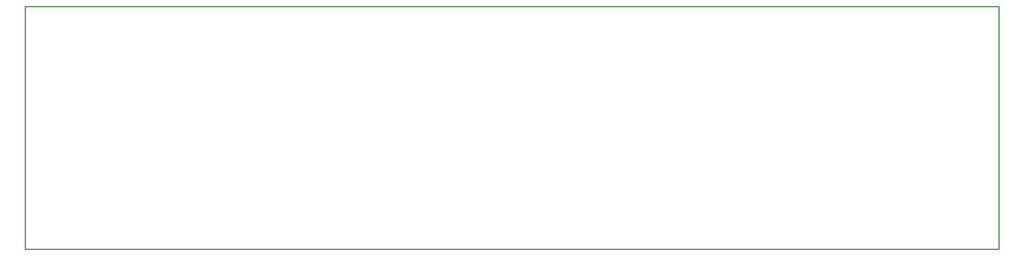
<source format=gko>
G04*
G04 #@! TF.GenerationSoftware,Altium Limited,Altium Designer,21.6.4 (81)*
G04*
G04 Layer_Color=16711935*
%FSLAX25Y25*%
%MOIN*%
G70*
G04*
G04 #@! TF.SameCoordinates,8913C7E9-C03F-4568-99A4-2E0721410B73*
G04*
G04*
G04 #@! TF.FilePolarity,Positive*
G04*
G01*
G75*
%ADD15C,0.01000*%
D15*
X0Y0D02*
Y200000D01*
Y0D02*
X800500D01*
Y200000D01*
X0D02*
X800500D01*
M02*

</source>
